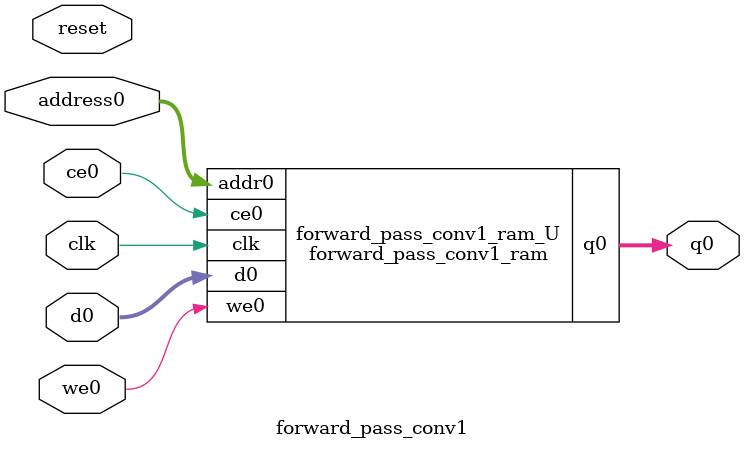
<source format=v>
`timescale 1 ns / 1 ps
module forward_pass_conv1_ram (addr0, ce0, d0, we0, q0,  clk);

parameter DWIDTH = 16;
parameter AWIDTH = 12;
parameter MEM_SIZE = 2704;

input[AWIDTH-1:0] addr0;
input ce0;
input[DWIDTH-1:0] d0;
input we0;
output reg[DWIDTH-1:0] q0;
input clk;

(* ram_style = "block" *)reg [DWIDTH-1:0] ram[0:MEM_SIZE-1];




always @(posedge clk)  
begin 
    if (ce0) 
    begin
        if (we0) 
        begin 
            ram[addr0] <= d0; 
        end 
        q0 <= ram[addr0];
    end
end


endmodule

`timescale 1 ns / 1 ps
module forward_pass_conv1(
    reset,
    clk,
    address0,
    ce0,
    we0,
    d0,
    q0);

parameter DataWidth = 32'd16;
parameter AddressRange = 32'd2704;
parameter AddressWidth = 32'd12;
input reset;
input clk;
input[AddressWidth - 1:0] address0;
input ce0;
input we0;
input[DataWidth - 1:0] d0;
output[DataWidth - 1:0] q0;



forward_pass_conv1_ram forward_pass_conv1_ram_U(
    .clk( clk ),
    .addr0( address0 ),
    .ce0( ce0 ),
    .we0( we0 ),
    .d0( d0 ),
    .q0( q0 ));

endmodule


</source>
